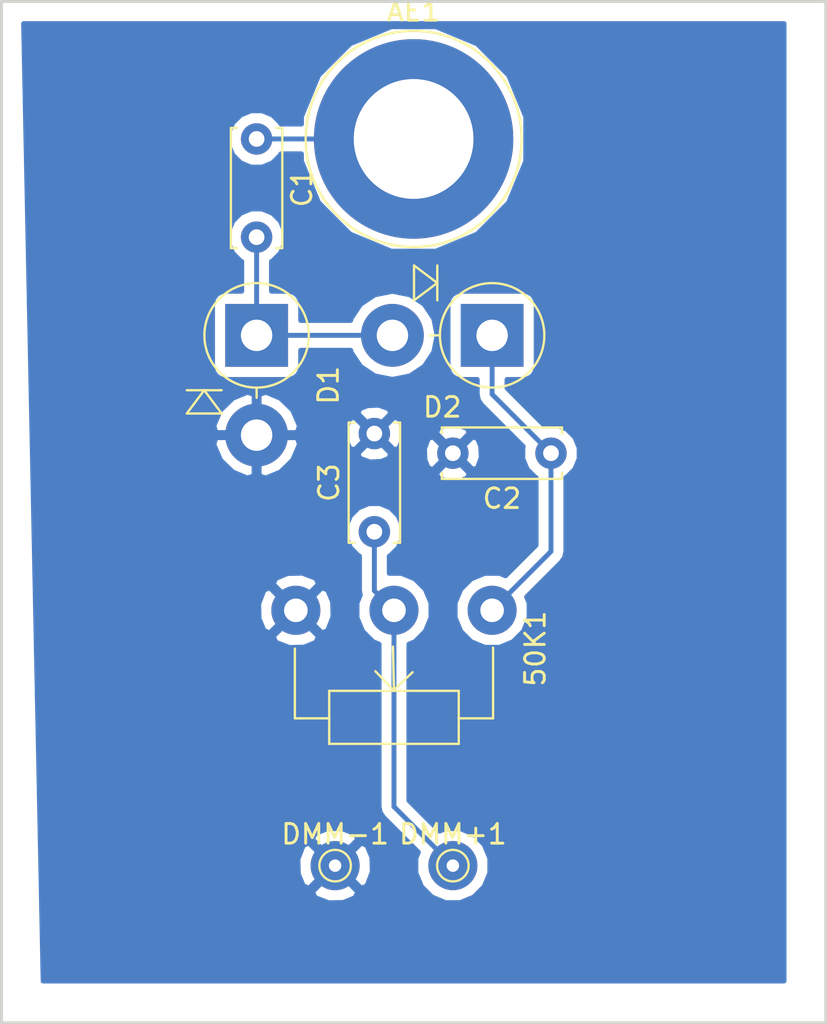
<source format=kicad_pcb>
(kicad_pcb (version 4) (host pcbnew 4.0.6)

  (general
    (links 11)
    (no_connects 0)
    (area 123.924999 77.525 166.075001 130.075001)
    (thickness 1.6)
    (drawings 4)
    (tracks 12)
    (zones 0)
    (modules 9)
    (nets 6)
  )

  (page A4)
  (layers
    (0 F.Cu signal)
    (31 B.Cu signal)
    (32 B.Adhes user hide)
    (33 F.Adhes user hide)
    (34 B.Paste user hide)
    (35 F.Paste user hide)
    (36 B.SilkS user hide)
    (37 F.SilkS user hide)
    (38 B.Mask user hide)
    (39 F.Mask user hide)
    (40 Dwgs.User user hide)
    (41 Cmts.User user hide)
    (42 Eco1.User user hide)
    (43 Eco2.User user hide)
    (44 Edge.Cuts user)
    (45 Margin user hide)
    (46 B.CrtYd user hide)
    (47 F.CrtYd user hide)
    (48 B.Fab user hide)
    (49 F.Fab user hide)
  )

  (setup
    (last_trace_width 0.25)
    (trace_clearance 0.2)
    (zone_clearance 0.508)
    (zone_45_only no)
    (trace_min 0.2)
    (segment_width 0.2)
    (edge_width 0.15)
    (via_size 0.6)
    (via_drill 0.4)
    (via_min_size 0.4)
    (via_min_drill 0.3)
    (uvia_size 0.3)
    (uvia_drill 0.1)
    (uvias_allowed no)
    (uvia_min_size 0.2)
    (uvia_min_drill 0.1)
    (pcb_text_width 0.3)
    (pcb_text_size 1.5 1.5)
    (mod_edge_width 0.15)
    (mod_text_size 1 1)
    (mod_text_width 0.15)
    (pad_size 2.5 2.5)
    (pad_drill 0.635)
    (pad_to_mask_clearance 0.2)
    (aux_axis_origin 126 128)
    (visible_elements FFFFFF7F)
    (pcbplotparams
      (layerselection 0x00030_80000001)
      (usegerberextensions false)
      (excludeedgelayer true)
      (linewidth 0.100000)
      (plotframeref false)
      (viasonmask false)
      (mode 1)
      (useauxorigin false)
      (hpglpennumber 1)
      (hpglpenspeed 20)
      (hpglpendiameter 15)
      (hpglpenoverlay 2)
      (psnegative false)
      (psa4output false)
      (plotreference true)
      (plotvalue true)
      (plotinvisibletext false)
      (padsonsilk false)
      (subtractmaskfromsilk false)
      (outputformat 1)
      (mirror false)
      (drillshape 1)
      (scaleselection 1)
      (outputdirectory ""))
  )

  (net 0 "")
  (net 1 "Net-(50K1-Pad2)")
  (net 2 "Net-(50K1-Pad1)")
  (net 3 "Net-(AE1-Pad1)")
  (net 4 "Net-(C1-Pad2)")
  (net 5 Earth)

  (net_class Default "This is the default net class."
    (clearance 0.2)
    (trace_width 0.25)
    (via_dia 0.6)
    (via_drill 0.4)
    (uvia_dia 0.3)
    (uvia_drill 0.1)
    (add_net Earth)
    (add_net "Net-(50K1-Pad1)")
    (add_net "Net-(50K1-Pad2)")
    (add_net "Net-(AE1-Pad1)")
    (add_net "Net-(C1-Pad2)")
  )

  (module Potentiometers:Potentiometer_WirePads_largePads (layer F.Cu) (tedit 58822A31) (tstamp 596A2065)
    (at 149 109 270)
    (descr "Potentiometer, Wire Pads only, RevA, 30 July 2010,")
    (tags "Potentiometer Wire Pads only RevA 30 July 2010 ")
    (path /596A104B)
    (fp_text reference 50K1 (at 1.95 -2.2 270) (layer F.SilkS)
      (effects (font (size 1 1) (thickness 0.15)))
    )
    (fp_text value POT (at 2 12.2 270) (layer F.Fab)
      (effects (font (size 1 1) (thickness 0.15)))
    )
    (fp_line (start 5.5 10.05) (end 1.95 10.05) (layer F.SilkS) (width 0.12))
    (fp_line (start 5.5 8.3) (end 5.5 10.05) (layer F.SilkS) (width 0.12))
    (fp_line (start 5.5 1.7) (end 5.5 -0.05) (layer F.SilkS) (width 0.12))
    (fp_line (start 5.5 -0.05) (end 1.9 -0.05) (layer F.SilkS) (width 0.12))
    (fp_line (start 4.1 5) (end 1.85 5.05) (layer F.SilkS) (width 0.12))
    (fp_line (start 4.1 5) (end 3.1 5.95) (layer F.SilkS) (width 0.12))
    (fp_line (start 4.1 5.05) (end 3.15 4.05) (layer F.SilkS) (width 0.12))
    (fp_line (start 4.1 1.7) (end 6.8 1.7) (layer F.SilkS) (width 0.12))
    (fp_line (start 6.8 1.7) (end 6.8 8.3) (layer F.SilkS) (width 0.12))
    (fp_line (start 6.8 8.3) (end 4.1 8.3) (layer F.SilkS) (width 0.12))
    (fp_line (start 4.1 8.3) (end 4.1 1.7) (layer F.SilkS) (width 0.12))
    (fp_line (start -1.5 -1.5) (end 7.05 -1.5) (layer F.CrtYd) (width 0.05))
    (fp_line (start -1.5 -1.5) (end -1.5 11.5) (layer F.CrtYd) (width 0.05))
    (fp_line (start 7.05 11.5) (end 7.05 -1.5) (layer F.CrtYd) (width 0.05))
    (fp_line (start 7.05 11.5) (end -1.5 11.5) (layer F.CrtYd) (width 0.05))
    (pad 2 thru_hole circle (at 0 5 270) (size 2.5 2.5) (drill 1.2) (layers *.Cu *.Mask)
      (net 1 "Net-(50K1-Pad2)"))
    (pad 3 thru_hole circle (at 0 10 270) (size 2.5 2.5) (drill 1.2) (layers *.Cu *.Mask)
      (net 5 Earth))
    (pad 1 thru_hole circle (at 0 0 270) (size 2.5 2.5) (drill 1.2) (layers *.Cu *.Mask)
      (net 2 "Net-(50K1-Pad1)"))
  )

  (module Connectors:Banana_Jack_1Pin (layer F.Cu) (tedit 58613863) (tstamp 596A206E)
    (at 145 85)
    (descr "Single banana socket, footprint - 6mm drill")
    (tags "banana socket")
    (path /596A1083)
    (fp_text reference AE1 (at 0 -6.5) (layer F.SilkS)
      (effects (font (size 1 1) (thickness 0.15)))
    )
    (fp_text value Antenna (at -0.25 6.5) (layer F.Fab)
      (effects (font (size 1 1) (thickness 0.15)))
    )
    (fp_circle (center 0 0) (end 5.75 0) (layer F.CrtYd) (width 0.05))
    (fp_circle (center 0 0) (end 2 0) (layer F.Fab) (width 0.1))
    (fp_circle (center 0 0) (end 4.85 0.05) (layer F.Fab) (width 0.1))
    (fp_circle (center 0 0) (end 5.5 0) (layer F.SilkS) (width 0.12))
    (pad 1 thru_hole circle (at 0 0) (size 10.16 10.16) (drill 6.1) (layers *.Cu *.Mask)
      (net 3 "Net-(AE1-Pad1)"))
    (model Connectors.3dshapes/Banana_Jack_1Pin.wrl
      (at (xyz 0 0 0))
      (scale (xyz 2 2 2))
      (rotate (xyz 0 0 0))
    )
  )

  (module Capacitors_THT:C_Disc_D6.0mm_W2.5mm_P5.00mm (layer F.Cu) (tedit 5920C254) (tstamp 596A2083)
    (at 137 85 270)
    (descr "C, Disc series, Radial, pin pitch=5.00mm, , diameter*width=6*2.5mm^2, Capacitor, http://cdn-reichelt.de/documents/datenblatt/B300/DS_KERKO_TC.pdf")
    (tags "C Disc series Radial pin pitch 5.00mm  diameter 6mm width 2.5mm Capacitor")
    (path /596A0F65)
    (fp_text reference C1 (at 2.5 -2.31 270) (layer F.SilkS)
      (effects (font (size 1 1) (thickness 0.15)))
    )
    (fp_text value .05uF (at 2.5 2.31 270) (layer F.Fab)
      (effects (font (size 1 1) (thickness 0.15)))
    )
    (fp_text user %R (at 2.5 0 270) (layer F.Fab)
      (effects (font (size 1 1) (thickness 0.15)))
    )
    (fp_line (start -0.5 -1.25) (end -0.5 1.25) (layer F.Fab) (width 0.1))
    (fp_line (start -0.5 1.25) (end 5.5 1.25) (layer F.Fab) (width 0.1))
    (fp_line (start 5.5 1.25) (end 5.5 -1.25) (layer F.Fab) (width 0.1))
    (fp_line (start 5.5 -1.25) (end -0.5 -1.25) (layer F.Fab) (width 0.1))
    (fp_line (start -0.56 -1.31) (end 5.56 -1.31) (layer F.SilkS) (width 0.12))
    (fp_line (start -0.56 1.31) (end 5.56 1.31) (layer F.SilkS) (width 0.12))
    (fp_line (start -0.56 -1.31) (end -0.56 -0.996) (layer F.SilkS) (width 0.12))
    (fp_line (start -0.56 0.996) (end -0.56 1.31) (layer F.SilkS) (width 0.12))
    (fp_line (start 5.56 -1.31) (end 5.56 -0.996) (layer F.SilkS) (width 0.12))
    (fp_line (start 5.56 0.996) (end 5.56 1.31) (layer F.SilkS) (width 0.12))
    (fp_line (start -1.05 -1.6) (end -1.05 1.6) (layer F.CrtYd) (width 0.05))
    (fp_line (start -1.05 1.6) (end 6.05 1.6) (layer F.CrtYd) (width 0.05))
    (fp_line (start 6.05 1.6) (end 6.05 -1.6) (layer F.CrtYd) (width 0.05))
    (fp_line (start 6.05 -1.6) (end -1.05 -1.6) (layer F.CrtYd) (width 0.05))
    (pad 1 thru_hole circle (at 0 0 270) (size 1.6 1.6) (drill 0.8) (layers *.Cu *.Mask)
      (net 3 "Net-(AE1-Pad1)"))
    (pad 2 thru_hole circle (at 5 0 270) (size 1.6 1.6) (drill 0.8) (layers *.Cu *.Mask)
      (net 4 "Net-(C1-Pad2)"))
    (model ${KISYS3DMOD}/Capacitors_THT.3dshapes/C_Disc_D6.0mm_W2.5mm_P5.00mm.wrl
      (at (xyz 0 0 0))
      (scale (xyz 0.393701 0.393701 0.393701))
      (rotate (xyz 0 0 0))
    )
  )

  (module Capacitors_THT:C_Disc_D6.0mm_W2.5mm_P5.00mm (layer F.Cu) (tedit 5920C254) (tstamp 596A2098)
    (at 152 101 180)
    (descr "C, Disc series, Radial, pin pitch=5.00mm, , diameter*width=6*2.5mm^2, Capacitor, http://cdn-reichelt.de/documents/datenblatt/B300/DS_KERKO_TC.pdf")
    (tags "C Disc series Radial pin pitch 5.00mm  diameter 6mm width 2.5mm Capacitor")
    (path /596A0FBA)
    (fp_text reference C2 (at 2.5 -2.31 180) (layer F.SilkS)
      (effects (font (size 1 1) (thickness 0.15)))
    )
    (fp_text value 470pF (at 2.5 2.31 180) (layer F.Fab)
      (effects (font (size 1 1) (thickness 0.15)))
    )
    (fp_text user %R (at 2.5 0 180) (layer F.Fab)
      (effects (font (size 1 1) (thickness 0.15)))
    )
    (fp_line (start -0.5 -1.25) (end -0.5 1.25) (layer F.Fab) (width 0.1))
    (fp_line (start -0.5 1.25) (end 5.5 1.25) (layer F.Fab) (width 0.1))
    (fp_line (start 5.5 1.25) (end 5.5 -1.25) (layer F.Fab) (width 0.1))
    (fp_line (start 5.5 -1.25) (end -0.5 -1.25) (layer F.Fab) (width 0.1))
    (fp_line (start -0.56 -1.31) (end 5.56 -1.31) (layer F.SilkS) (width 0.12))
    (fp_line (start -0.56 1.31) (end 5.56 1.31) (layer F.SilkS) (width 0.12))
    (fp_line (start -0.56 -1.31) (end -0.56 -0.996) (layer F.SilkS) (width 0.12))
    (fp_line (start -0.56 0.996) (end -0.56 1.31) (layer F.SilkS) (width 0.12))
    (fp_line (start 5.56 -1.31) (end 5.56 -0.996) (layer F.SilkS) (width 0.12))
    (fp_line (start 5.56 0.996) (end 5.56 1.31) (layer F.SilkS) (width 0.12))
    (fp_line (start -1.05 -1.6) (end -1.05 1.6) (layer F.CrtYd) (width 0.05))
    (fp_line (start -1.05 1.6) (end 6.05 1.6) (layer F.CrtYd) (width 0.05))
    (fp_line (start 6.05 1.6) (end 6.05 -1.6) (layer F.CrtYd) (width 0.05))
    (fp_line (start 6.05 -1.6) (end -1.05 -1.6) (layer F.CrtYd) (width 0.05))
    (pad 1 thru_hole circle (at 0 0 180) (size 1.6 1.6) (drill 0.8) (layers *.Cu *.Mask)
      (net 2 "Net-(50K1-Pad1)"))
    (pad 2 thru_hole circle (at 5 0 180) (size 1.6 1.6) (drill 0.8) (layers *.Cu *.Mask)
      (net 5 Earth))
    (model ${KISYS3DMOD}/Capacitors_THT.3dshapes/C_Disc_D6.0mm_W2.5mm_P5.00mm.wrl
      (at (xyz 0 0 0))
      (scale (xyz 0.393701 0.393701 0.393701))
      (rotate (xyz 0 0 0))
    )
  )

  (module Capacitors_THT:C_Disc_D6.0mm_W2.5mm_P5.00mm (layer F.Cu) (tedit 5920C254) (tstamp 596A20AD)
    (at 143 105 90)
    (descr "C, Disc series, Radial, pin pitch=5.00mm, , diameter*width=6*2.5mm^2, Capacitor, http://cdn-reichelt.de/documents/datenblatt/B300/DS_KERKO_TC.pdf")
    (tags "C Disc series Radial pin pitch 5.00mm  diameter 6mm width 2.5mm Capacitor")
    (path /596A0F90)
    (fp_text reference C3 (at 2.5 -2.31 90) (layer F.SilkS)
      (effects (font (size 1 1) (thickness 0.15)))
    )
    (fp_text value .01uF (at 2.5 2.31 90) (layer F.Fab)
      (effects (font (size 1 1) (thickness 0.15)))
    )
    (fp_text user %R (at 2.5 0 90) (layer F.Fab)
      (effects (font (size 1 1) (thickness 0.15)))
    )
    (fp_line (start -0.5 -1.25) (end -0.5 1.25) (layer F.Fab) (width 0.1))
    (fp_line (start -0.5 1.25) (end 5.5 1.25) (layer F.Fab) (width 0.1))
    (fp_line (start 5.5 1.25) (end 5.5 -1.25) (layer F.Fab) (width 0.1))
    (fp_line (start 5.5 -1.25) (end -0.5 -1.25) (layer F.Fab) (width 0.1))
    (fp_line (start -0.56 -1.31) (end 5.56 -1.31) (layer F.SilkS) (width 0.12))
    (fp_line (start -0.56 1.31) (end 5.56 1.31) (layer F.SilkS) (width 0.12))
    (fp_line (start -0.56 -1.31) (end -0.56 -0.996) (layer F.SilkS) (width 0.12))
    (fp_line (start -0.56 0.996) (end -0.56 1.31) (layer F.SilkS) (width 0.12))
    (fp_line (start 5.56 -1.31) (end 5.56 -0.996) (layer F.SilkS) (width 0.12))
    (fp_line (start 5.56 0.996) (end 5.56 1.31) (layer F.SilkS) (width 0.12))
    (fp_line (start -1.05 -1.6) (end -1.05 1.6) (layer F.CrtYd) (width 0.05))
    (fp_line (start -1.05 1.6) (end 6.05 1.6) (layer F.CrtYd) (width 0.05))
    (fp_line (start 6.05 1.6) (end 6.05 -1.6) (layer F.CrtYd) (width 0.05))
    (fp_line (start 6.05 -1.6) (end -1.05 -1.6) (layer F.CrtYd) (width 0.05))
    (pad 1 thru_hole circle (at 0 0 90) (size 1.6 1.6) (drill 0.8) (layers *.Cu *.Mask)
      (net 1 "Net-(50K1-Pad2)"))
    (pad 2 thru_hole circle (at 5 0 90) (size 1.6 1.6) (drill 0.8) (layers *.Cu *.Mask)
      (net 5 Earth))
    (model ${KISYS3DMOD}/Capacitors_THT.3dshapes/C_Disc_D6.0mm_W2.5mm_P5.00mm.wrl
      (at (xyz 0 0 0))
      (scale (xyz 0.393701 0.393701 0.393701))
      (rotate (xyz 0 0 0))
    )
  )

  (module Diodes_THT:D_DO-201AD_P5.08mm_Vertical_AnodeUp (layer F.Cu) (tedit 5921392E) (tstamp 596A20C1)
    (at 137 95 270)
    (descr "D, DO-201AD series, Axial, Vertical, pin pitch=5.08mm, , length*diameter=9.5*5.2mm^2, , http://www.diodes.com/_files/packages/DO-201AD.pdf")
    (tags "D DO-201AD series Axial Vertical pin pitch 5.08mm  length 9.5mm diameter 5.2mm")
    (path /596A101B)
    (fp_text reference D1 (at 2.54 -3.66 270) (layer F.SilkS)
      (effects (font (size 1 1) (thickness 0.15)))
    )
    (fp_text value 1N60 (at 2.54 5.438 270) (layer F.Fab)
      (effects (font (size 1 1) (thickness 0.15)))
    )
    (fp_text user K (at -3.36 0 270) (layer F.Fab)
      (effects (font (size 1 1) (thickness 0.15)))
    )
    (fp_text user %R (at 2.54 0 270) (layer F.Fab)
      (effects (font (size 1 1) (thickness 0.15)))
    )
    (fp_line (start 0 0) (end 5.08 0) (layer F.Fab) (width 0.1))
    (fp_line (start 2.66 0) (end 3.18 0) (layer F.SilkS) (width 0.12))
    (fp_line (start 2.794 1.78) (end 2.794 3.558) (layer F.SilkS) (width 0.12))
    (fp_line (start 2.794 2.669) (end 3.979333 1.78) (layer F.SilkS) (width 0.12))
    (fp_line (start 3.979333 1.78) (end 3.979333 3.558) (layer F.SilkS) (width 0.12))
    (fp_line (start 3.979333 3.558) (end 2.794 2.669) (layer F.SilkS) (width 0.12))
    (fp_line (start -2.95 -2.95) (end -2.95 2.95) (layer F.CrtYd) (width 0.05))
    (fp_line (start -2.95 2.95) (end 7 2.95) (layer F.CrtYd) (width 0.05))
    (fp_line (start 7 2.95) (end 7 -2.95) (layer F.CrtYd) (width 0.05))
    (fp_line (start 7 -2.95) (end -2.95 -2.95) (layer F.CrtYd) (width 0.05))
    (fp_circle (center 0 0) (end 2.6 0) (layer F.Fab) (width 0.1))
    (fp_circle (center 0 0) (end 2.66 0) (layer F.SilkS) (width 0.12))
    (pad 1 thru_hole rect (at 0 0 270) (size 3.2 3.2) (drill 1.6) (layers *.Cu *.Mask)
      (net 4 "Net-(C1-Pad2)"))
    (pad 2 thru_hole oval (at 5.08 0 270) (size 3.2 3.2) (drill 1.6) (layers *.Cu *.Mask)
      (net 5 Earth))
    (model ${KISYS3DMOD}/Diodes_THT.3dshapes/D_DO-201AD_P5.08mm_Vertical_AnodeUp.wrl
      (at (xyz 0 0 0))
      (scale (xyz 0.393701 0.393701 0.393701))
      (rotate (xyz 0 0 0))
    )
  )

  (module Diodes_THT:D_DO-201AD_P5.08mm_Vertical_AnodeUp (layer F.Cu) (tedit 5921392E) (tstamp 596A20D5)
    (at 149 95 180)
    (descr "D, DO-201AD series, Axial, Vertical, pin pitch=5.08mm, , length*diameter=9.5*5.2mm^2, , http://www.diodes.com/_files/packages/DO-201AD.pdf")
    (tags "D DO-201AD series Axial Vertical pin pitch 5.08mm  length 9.5mm diameter 5.2mm")
    (path /596A0FE7)
    (fp_text reference D2 (at 2.54 -3.66 180) (layer F.SilkS)
      (effects (font (size 1 1) (thickness 0.15)))
    )
    (fp_text value 1N60 (at 2.54 5.438 180) (layer F.Fab)
      (effects (font (size 1 1) (thickness 0.15)))
    )
    (fp_text user K (at -3.36 0 180) (layer F.Fab)
      (effects (font (size 1 1) (thickness 0.15)))
    )
    (fp_text user %R (at 2.54 0 180) (layer F.Fab)
      (effects (font (size 1 1) (thickness 0.15)))
    )
    (fp_line (start 0 0) (end 5.08 0) (layer F.Fab) (width 0.1))
    (fp_line (start 2.66 0) (end 3.18 0) (layer F.SilkS) (width 0.12))
    (fp_line (start 2.794 1.78) (end 2.794 3.558) (layer F.SilkS) (width 0.12))
    (fp_line (start 2.794 2.669) (end 3.979333 1.78) (layer F.SilkS) (width 0.12))
    (fp_line (start 3.979333 1.78) (end 3.979333 3.558) (layer F.SilkS) (width 0.12))
    (fp_line (start 3.979333 3.558) (end 2.794 2.669) (layer F.SilkS) (width 0.12))
    (fp_line (start -2.95 -2.95) (end -2.95 2.95) (layer F.CrtYd) (width 0.05))
    (fp_line (start -2.95 2.95) (end 7 2.95) (layer F.CrtYd) (width 0.05))
    (fp_line (start 7 2.95) (end 7 -2.95) (layer F.CrtYd) (width 0.05))
    (fp_line (start 7 -2.95) (end -2.95 -2.95) (layer F.CrtYd) (width 0.05))
    (fp_circle (center 0 0) (end 2.6 0) (layer F.Fab) (width 0.1))
    (fp_circle (center 0 0) (end 2.66 0) (layer F.SilkS) (width 0.12))
    (pad 1 thru_hole rect (at 0 0 180) (size 3.2 3.2) (drill 1.6) (layers *.Cu *.Mask)
      (net 2 "Net-(50K1-Pad1)"))
    (pad 2 thru_hole oval (at 5.08 0 180) (size 3.2 3.2) (drill 1.6) (layers *.Cu *.Mask)
      (net 4 "Net-(C1-Pad2)"))
    (model ${KISYS3DMOD}/Diodes_THT.3dshapes/D_DO-201AD_P5.08mm_Vertical_AnodeUp.wrl
      (at (xyz 0 0 0))
      (scale (xyz 0.393701 0.393701 0.393701))
      (rotate (xyz 0 0 0))
    )
  )

  (module Connectors:PINTST (layer F.Cu) (tedit 59EA08E0) (tstamp 59EA06E1)
    (at 147 122)
    (descr "module 1 pin (ou trou mecanique de percage)")
    (tags DEV)
    (path /59E958C5)
    (fp_text reference DMM+1 (at 0 -1.6) (layer F.SilkS)
      (effects (font (size 1 1) (thickness 0.15)))
    )
    (fp_text value POS (at 0 1.6) (layer F.Fab)
      (effects (font (size 1 1) (thickness 0.15)))
    )
    (fp_circle (center 0 0) (end 1.1 0) (layer F.CrtYd) (width 0.05))
    (fp_circle (center 0 0) (end 0.4 0.6) (layer F.Fab) (width 0.1))
    (fp_circle (center 0 0) (end -0.254 -0.762) (layer F.SilkS) (width 0.12))
    (pad 1 thru_hole circle (at 0 0) (size 2.5 2.5) (drill 0.635) (layers *.Cu *.Mask)
      (net 1 "Net-(50K1-Pad2)"))
    (model ${KISYS3DMOD}/Connectors.3dshapes/PINTST.wrl
      (at (xyz 0 0 0))
      (scale (xyz 1 1 1))
      (rotate (xyz 0 0 0))
    )
  )

  (module Connectors:PINTST (layer F.Cu) (tedit 59EA08DA) (tstamp 59EA06E9)
    (at 141 122)
    (descr "module 1 pin (ou trou mecanique de percage)")
    (tags DEV)
    (path /59E95923)
    (fp_text reference DMM-1 (at 0 -1.6) (layer F.SilkS)
      (effects (font (size 1 1) (thickness 0.15)))
    )
    (fp_text value GND (at 0 1.6) (layer F.Fab)
      (effects (font (size 1 1) (thickness 0.15)))
    )
    (fp_circle (center 0 0) (end 1.1 0) (layer F.CrtYd) (width 0.05))
    (fp_circle (center 0 0) (end 0.4 0.6) (layer F.Fab) (width 0.1))
    (fp_circle (center 0 0) (end -0.254 -0.762) (layer F.SilkS) (width 0.12))
    (pad 1 thru_hole circle (at 0 0) (size 2.5 2.5) (drill 0.635) (layers *.Cu *.Mask)
      (net 5 Earth))
    (model ${KISYS3DMOD}/Connectors.3dshapes/PINTST.wrl
      (at (xyz 0 0 0))
      (scale (xyz 1 1 1))
      (rotate (xyz 0 0 0))
    )
  )

  (gr_line (start 124 130) (end 124 78) (angle 90) (layer Edge.Cuts) (width 0.15))
  (gr_line (start 166 130) (end 124 130) (angle 90) (layer Edge.Cuts) (width 0.15))
  (gr_line (start 166 78) (end 166 130) (angle 90) (layer Edge.Cuts) (width 0.15))
  (gr_line (start 124 78) (end 166 78) (angle 90) (layer Edge.Cuts) (width 0.15))

  (segment (start 144 109) (end 144 119) (width 0.25) (layer B.Cu) (net 1))
  (segment (start 144 119) (end 147 122) (width 0.25) (layer B.Cu) (net 1) (tstamp 59EA1A3F))
  (segment (start 143 105) (end 143 108) (width 0.25) (layer B.Cu) (net 1))
  (segment (start 143 108) (end 144 109) (width 0.25) (layer B.Cu) (net 1) (tstamp 59EA1A2A))
  (segment (start 152 101) (end 152 106) (width 0.25) (layer B.Cu) (net 2))
  (segment (start 152 106) (end 149 109) (width 0.25) (layer B.Cu) (net 2) (tstamp 59EA1A1F))
  (segment (start 149 95) (end 149 98) (width 0.25) (layer B.Cu) (net 2))
  (segment (start 149 98) (end 152 101) (width 0.25) (layer B.Cu) (net 2) (tstamp 59EA1A08))
  (segment (start 145 85) (end 137 85) (width 0.25) (layer B.Cu) (net 3))
  (segment (start 137 95) (end 143.92 95) (width 0.25) (layer B.Cu) (net 4))
  (segment (start 137 90) (end 137 95) (width 0.25) (layer B.Cu) (net 4))
  (segment (start 142.92 100.08) (end 143 100) (width 0.25) (layer B.Cu) (net 5) (tstamp 59EA1A2F))

  (zone (net 5) (net_name Earth) (layer B.Cu) (tstamp 59EA1A5D) (hatch edge 0.508)
    (connect_pads (clearance 0.508))
    (min_thickness 0.254)
    (fill yes (arc_segments 16) (thermal_gap 0.508) (thermal_bridge_width 0.508))
    (polygon
      (pts
        (xy 164 128) (xy 126 128) (xy 125 79) (xy 164 79)
      )
    )
    (filled_polygon
      (pts
        (xy 163.873 127.873) (xy 126.124435 127.873) (xy 126.03179 123.33332) (xy 139.846285 123.33332) (xy 139.975533 123.626123)
        (xy 140.675806 123.894388) (xy 141.425435 123.87425) (xy 142.024467 123.626123) (xy 142.153715 123.33332) (xy 141 122.179605)
        (xy 139.846285 123.33332) (xy 126.03179 123.33332) (xy 125.997963 121.675806) (xy 139.105612 121.675806) (xy 139.12575 122.425435)
        (xy 139.373877 123.024467) (xy 139.66668 123.153715) (xy 140.820395 122) (xy 141.179605 122) (xy 142.33332 123.153715)
        (xy 142.626123 123.024467) (xy 142.894388 122.324194) (xy 142.87425 121.574565) (xy 142.626123 120.975533) (xy 142.33332 120.846285)
        (xy 141.179605 122) (xy 140.820395 122) (xy 139.66668 120.846285) (xy 139.373877 120.975533) (xy 139.105612 121.675806)
        (xy 125.997963 121.675806) (xy 125.977369 120.66668) (xy 139.846285 120.66668) (xy 141 121.820395) (xy 142.153715 120.66668)
        (xy 142.024467 120.373877) (xy 141.324194 120.105612) (xy 140.574565 120.12575) (xy 139.975533 120.373877) (xy 139.846285 120.66668)
        (xy 125.977369 120.66668) (xy 125.766484 110.33332) (xy 137.846285 110.33332) (xy 137.975533 110.626123) (xy 138.675806 110.894388)
        (xy 139.425435 110.87425) (xy 140.024467 110.626123) (xy 140.153715 110.33332) (xy 139 109.179605) (xy 137.846285 110.33332)
        (xy 125.766484 110.33332) (xy 125.732657 108.675806) (xy 137.105612 108.675806) (xy 137.12575 109.425435) (xy 137.373877 110.024467)
        (xy 137.66668 110.153715) (xy 138.820395 109) (xy 139.179605 109) (xy 140.33332 110.153715) (xy 140.626123 110.024467)
        (xy 140.894388 109.324194) (xy 140.87425 108.574565) (xy 140.626123 107.975533) (xy 140.33332 107.846285) (xy 139.179605 109)
        (xy 138.820395 109) (xy 137.66668 107.846285) (xy 137.373877 107.975533) (xy 137.105612 108.675806) (xy 125.732657 108.675806)
        (xy 125.712063 107.66668) (xy 137.846285 107.66668) (xy 139 108.820395) (xy 140.153715 107.66668) (xy 140.024467 107.373877)
        (xy 139.324194 107.105612) (xy 138.574565 107.12575) (xy 137.975533 107.373877) (xy 137.846285 107.66668) (xy 125.712063 107.66668)
        (xy 125.663441 105.284187) (xy 141.564752 105.284187) (xy 141.782757 105.8118) (xy 142.186077 106.215824) (xy 142.24 106.238215)
        (xy 142.24 108) (xy 142.283462 108.218495) (xy 142.115328 108.623405) (xy 142.114674 109.373305) (xy 142.401043 110.066372)
        (xy 142.930839 110.597093) (xy 143.24 110.725468) (xy 143.24 119) (xy 143.297852 119.290839) (xy 143.462599 119.537401)
        (xy 145.242453 121.317255) (xy 145.115328 121.623405) (xy 145.114674 122.373305) (xy 145.401043 123.066372) (xy 145.930839 123.597093)
        (xy 146.623405 123.884672) (xy 147.373305 123.885326) (xy 148.066372 123.598957) (xy 148.597093 123.069161) (xy 148.884672 122.376595)
        (xy 148.885326 121.626695) (xy 148.598957 120.933628) (xy 148.069161 120.402907) (xy 147.376595 120.115328) (xy 146.626695 120.114674)
        (xy 146.317311 120.242509) (xy 144.76 118.685198) (xy 144.76 110.725547) (xy 145.066372 110.598957) (xy 145.597093 110.069161)
        (xy 145.884672 109.376595) (xy 145.885326 108.626695) (xy 145.598957 107.933628) (xy 145.069161 107.402907) (xy 144.376595 107.115328)
        (xy 143.76 107.11479) (xy 143.76 106.238646) (xy 143.8118 106.217243) (xy 144.215824 105.813923) (xy 144.43475 105.286691)
        (xy 144.435248 104.715813) (xy 144.217243 104.1882) (xy 143.813923 103.784176) (xy 143.286691 103.56525) (xy 142.715813 103.564752)
        (xy 142.1882 103.782757) (xy 141.784176 104.186077) (xy 141.56525 104.713309) (xy 141.564752 105.284187) (xy 125.663441 105.284187)
        (xy 125.566916 100.554504) (xy 134.815944 100.554504) (xy 135.16378 101.354187) (xy 135.791164 101.959886) (xy 136.525497 102.26405)
        (xy 136.873 102.152362) (xy 136.873 100.207) (xy 137.127 100.207) (xy 137.127 102.152362) (xy 137.474503 102.26405)
        (xy 138.093291 102.007745) (xy 146.171861 102.007745) (xy 146.245995 102.253864) (xy 146.783223 102.446965) (xy 147.353454 102.419778)
        (xy 147.754005 102.253864) (xy 147.828139 102.007745) (xy 147 101.179605) (xy 146.171861 102.007745) (xy 138.093291 102.007745)
        (xy 138.208836 101.959886) (xy 138.83622 101.354187) (xy 138.98691 101.007745) (xy 142.171861 101.007745) (xy 142.245995 101.253864)
        (xy 142.783223 101.446965) (xy 143.353454 101.419778) (xy 143.754005 101.253864) (xy 143.828139 101.007745) (xy 143 100.179605)
        (xy 142.171861 101.007745) (xy 138.98691 101.007745) (xy 139.184056 100.554504) (xy 139.072645 100.207) (xy 137.127 100.207)
        (xy 136.873 100.207) (xy 134.927355 100.207) (xy 134.815944 100.554504) (xy 125.566916 100.554504) (xy 125.547549 99.605496)
        (xy 134.815944 99.605496) (xy 134.927355 99.953) (xy 136.873 99.953) (xy 136.873 98.007638) (xy 137.127 98.007638)
        (xy 137.127 99.953) (xy 139.072645 99.953) (xy 139.127076 99.783223) (xy 141.553035 99.783223) (xy 141.580222 100.353454)
        (xy 141.746136 100.754005) (xy 141.992255 100.828139) (xy 142.820395 100) (xy 143.179605 100) (xy 144.007745 100.828139)
        (xy 144.156862 100.783223) (xy 145.553035 100.783223) (xy 145.580222 101.353454) (xy 145.746136 101.754005) (xy 145.992255 101.828139)
        (xy 146.820395 101) (xy 147.179605 101) (xy 148.007745 101.828139) (xy 148.253864 101.754005) (xy 148.446965 101.216777)
        (xy 148.419778 100.646546) (xy 148.253864 100.245995) (xy 148.007745 100.171861) (xy 147.179605 101) (xy 146.820395 101)
        (xy 145.992255 100.171861) (xy 145.746136 100.245995) (xy 145.553035 100.783223) (xy 144.156862 100.783223) (xy 144.253864 100.754005)
        (xy 144.446965 100.216777) (xy 144.436261 99.992255) (xy 146.171861 99.992255) (xy 147 100.820395) (xy 147.828139 99.992255)
        (xy 147.754005 99.746136) (xy 147.216777 99.553035) (xy 146.646546 99.580222) (xy 146.245995 99.746136) (xy 146.171861 99.992255)
        (xy 144.436261 99.992255) (xy 144.419778 99.646546) (xy 144.253864 99.245995) (xy 144.007745 99.171861) (xy 143.179605 100)
        (xy 142.820395 100) (xy 141.992255 99.171861) (xy 141.746136 99.245995) (xy 141.553035 99.783223) (xy 139.127076 99.783223)
        (xy 139.184056 99.605496) (xy 138.917317 98.992255) (xy 142.171861 98.992255) (xy 143 99.820395) (xy 143.828139 98.992255)
        (xy 143.754005 98.746136) (xy 143.216777 98.553035) (xy 142.646546 98.580222) (xy 142.245995 98.746136) (xy 142.171861 98.992255)
        (xy 138.917317 98.992255) (xy 138.83622 98.805813) (xy 138.208836 98.200114) (xy 137.474503 97.89595) (xy 137.127 98.007638)
        (xy 136.873 98.007638) (xy 136.525497 97.89595) (xy 135.791164 98.200114) (xy 135.16378 98.805813) (xy 134.815944 99.605496)
        (xy 125.547549 99.605496) (xy 125.420905 93.4) (xy 134.75256 93.4) (xy 134.75256 96.6) (xy 134.796838 96.835317)
        (xy 134.93591 97.051441) (xy 135.14811 97.196431) (xy 135.4 97.24744) (xy 138.6 97.24744) (xy 138.835317 97.203162)
        (xy 139.051441 97.06409) (xy 139.196431 96.85189) (xy 139.24744 96.6) (xy 139.24744 95.76) (xy 141.792387 95.76)
        (xy 141.811343 95.855297) (xy 142.29583 96.580384) (xy 143.020917 97.064871) (xy 143.876214 97.235) (xy 143.963786 97.235)
        (xy 144.819083 97.064871) (xy 145.54417 96.580384) (xy 146.028657 95.855297) (xy 146.198786 95) (xy 146.028657 94.144703)
        (xy 145.54417 93.419616) (xy 145.514813 93.4) (xy 146.75256 93.4) (xy 146.75256 96.6) (xy 146.796838 96.835317)
        (xy 146.93591 97.051441) (xy 147.14811 97.196431) (xy 147.4 97.24744) (xy 148.24 97.24744) (xy 148.24 98)
        (xy 148.297852 98.290839) (xy 148.462599 98.537401) (xy 150.586744 100.661546) (xy 150.56525 100.713309) (xy 150.564752 101.284187)
        (xy 150.782757 101.8118) (xy 151.186077 102.215824) (xy 151.24 102.238215) (xy 151.24 105.685198) (xy 149.682745 107.242453)
        (xy 149.376595 107.115328) (xy 148.626695 107.114674) (xy 147.933628 107.401043) (xy 147.402907 107.930839) (xy 147.115328 108.623405)
        (xy 147.114674 109.373305) (xy 147.401043 110.066372) (xy 147.930839 110.597093) (xy 148.623405 110.884672) (xy 149.373305 110.885326)
        (xy 150.066372 110.598957) (xy 150.597093 110.069161) (xy 150.884672 109.376595) (xy 150.885326 108.626695) (xy 150.757491 108.317311)
        (xy 152.537401 106.537401) (xy 152.702148 106.290839) (xy 152.76 106) (xy 152.76 102.238646) (xy 152.8118 102.217243)
        (xy 153.215824 101.813923) (xy 153.43475 101.286691) (xy 153.435248 100.715813) (xy 153.217243 100.1882) (xy 152.813923 99.784176)
        (xy 152.286691 99.56525) (xy 151.715813 99.564752) (xy 151.661851 99.587049) (xy 149.76 97.685198) (xy 149.76 97.24744)
        (xy 150.6 97.24744) (xy 150.835317 97.203162) (xy 151.051441 97.06409) (xy 151.196431 96.85189) (xy 151.24744 96.6)
        (xy 151.24744 93.4) (xy 151.203162 93.164683) (xy 151.06409 92.948559) (xy 150.85189 92.803569) (xy 150.6 92.75256)
        (xy 147.4 92.75256) (xy 147.164683 92.796838) (xy 146.948559 92.93591) (xy 146.803569 93.14811) (xy 146.75256 93.4)
        (xy 145.514813 93.4) (xy 144.819083 92.935129) (xy 143.963786 92.765) (xy 143.876214 92.765) (xy 143.020917 92.935129)
        (xy 142.29583 93.419616) (xy 141.811343 94.144703) (xy 141.792387 94.24) (xy 139.24744 94.24) (xy 139.24744 93.4)
        (xy 139.203162 93.164683) (xy 139.06409 92.948559) (xy 138.85189 92.803569) (xy 138.6 92.75256) (xy 137.76 92.75256)
        (xy 137.76 91.238646) (xy 137.8118 91.217243) (xy 138.215824 90.813923) (xy 138.43475 90.286691) (xy 138.435248 89.715813)
        (xy 138.217243 89.1882) (xy 137.813923 88.784176) (xy 137.286691 88.56525) (xy 136.715813 88.564752) (xy 136.1882 88.782757)
        (xy 135.784176 89.186077) (xy 135.56525 89.713309) (xy 135.564752 90.284187) (xy 135.782757 90.8118) (xy 136.186077 91.215824)
        (xy 136.24 91.238215) (xy 136.24 92.75256) (xy 135.4 92.75256) (xy 135.164683 92.796838) (xy 134.948559 92.93591)
        (xy 134.803569 93.14811) (xy 134.75256 93.4) (xy 125.420905 93.4) (xy 125.255277 85.284187) (xy 135.564752 85.284187)
        (xy 135.782757 85.8118) (xy 136.186077 86.215824) (xy 136.713309 86.43475) (xy 137.284187 86.435248) (xy 137.8118 86.217243)
        (xy 138.215824 85.813923) (xy 138.238215 85.76) (xy 139.284335 85.76) (xy 139.284011 86.131796) (xy 140.152234 88.233058)
        (xy 141.758486 89.842116) (xy 143.858229 90.714005) (xy 146.131796 90.715989) (xy 148.233058 89.847766) (xy 149.842116 88.241514)
        (xy 150.714005 86.141771) (xy 150.715989 83.868204) (xy 149.847766 81.766942) (xy 148.241514 80.157884) (xy 146.141771 79.285995)
        (xy 143.868204 79.284011) (xy 141.766942 80.152234) (xy 140.157884 81.758486) (xy 139.285995 83.858229) (xy 139.285662 84.24)
        (xy 138.238646 84.24) (xy 138.217243 84.1882) (xy 137.813923 83.784176) (xy 137.286691 83.56525) (xy 136.715813 83.564752)
        (xy 136.1882 83.782757) (xy 135.784176 84.186077) (xy 135.56525 84.713309) (xy 135.564752 85.284187) (xy 125.255277 85.284187)
        (xy 125.129619 79.127) (xy 163.873 79.127)
      )
    )
  )
)

</source>
